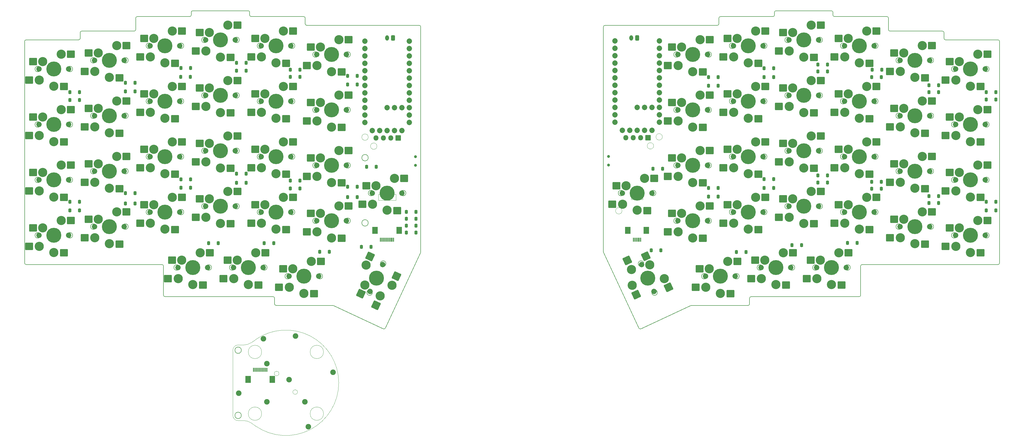
<source format=gbs>
G04 #@! TF.GenerationSoftware,KiCad,Pcbnew,9.0.3*
G04 #@! TF.CreationDate,2025-08-06T01:59:05-04:00*
G04 #@! TF.ProjectId,quartz58,71756172-747a-4353-982e-6b696361645f,rev?*
G04 #@! TF.SameCoordinates,Original*
G04 #@! TF.FileFunction,Soldermask,Bot*
G04 #@! TF.FilePolarity,Negative*
%FSLAX46Y46*%
G04 Gerber Fmt 4.6, Leading zero omitted, Abs format (unit mm)*
G04 Created by KiCad (PCBNEW 9.0.3) date 2025-08-06 01:59:05*
%MOMM*%
%LPD*%
G01*
G04 APERTURE LIST*
G04 Aperture macros list*
%AMRoundRect*
0 Rectangle with rounded corners*
0 $1 Rounding radius*
0 $2 $3 $4 $5 $6 $7 $8 $9 X,Y pos of 4 corners*
0 Add a 4 corners polygon primitive as box body*
4,1,4,$2,$3,$4,$5,$6,$7,$8,$9,$2,$3,0*
0 Add four circle primitives for the rounded corners*
1,1,$1+$1,$2,$3*
1,1,$1+$1,$4,$5*
1,1,$1+$1,$6,$7*
1,1,$1+$1,$8,$9*
0 Add four rect primitives between the rounded corners*
20,1,$1+$1,$2,$3,$4,$5,0*
20,1,$1+$1,$4,$5,$6,$7,0*
20,1,$1+$1,$6,$7,$8,$9,0*
20,1,$1+$1,$8,$9,$2,$3,0*%
G04 Aperture macros list end*
%ADD10C,1.850000*%
%ADD11C,3.150000*%
%ADD12C,5.150000*%
%ADD13RoundRect,0.260000X1.065000X1.040000X-1.065000X1.040000X-1.065000X-1.040000X1.065000X-1.040000X0*%
%ADD14RoundRect,0.260000X-1.065000X-1.040000X1.065000X-1.040000X1.065000X1.040000X-1.065000X1.040000X0*%
%ADD15C,1.000000*%
%ADD16RoundRect,0.050000X-0.850000X0.850000X-0.850000X-0.850000X0.850000X-0.850000X0.850000X0.850000X0*%
%ADD17O,1.800000X1.800000*%
%ADD18C,1.900000*%
%ADD19RoundRect,0.260000X1.392649X-0.525695X0.492472X1.404741X-1.392649X0.525695X-0.492472X-1.404741X0*%
%ADD20RoundRect,0.260000X-1.392649X0.525695X-0.492472X-1.404741X1.392649X-0.525695X0.492472X1.404741X0*%
%ADD21RoundRect,0.260000X-0.492472X1.404741X-1.392649X-0.525695X0.492472X-1.404741X1.392649X0.525695X0*%
%ADD22RoundRect,0.260000X0.492472X-1.404741X1.392649X0.525695X-0.492472X1.404741X-1.392649X-0.525695X0*%
%ADD23C,1.852600*%
%ADD24RoundRect,0.250000X0.250000X0.400000X-0.250000X0.400000X-0.250000X-0.400000X0.250000X-0.400000X0*%
%ADD25RoundRect,0.250000X-0.250000X-0.400000X0.250000X-0.400000X0.250000X0.400000X-0.250000X0.400000X0*%
%ADD26RoundRect,0.050000X-0.150000X-0.650000X0.150000X-0.650000X0.150000X0.650000X-0.150000X0.650000X0*%
%ADD27RoundRect,0.050000X-0.900000X-1.100000X0.900000X-1.100000X0.900000X1.100000X-0.900000X1.100000X0*%
%ADD28RoundRect,0.270833X0.379167X0.654167X-0.379167X0.654167X-0.379167X-0.654167X0.379167X-0.654167X0*%
%ADD29O,1.300000X1.850000*%
%ADD30RoundRect,0.050000X0.150000X0.650000X-0.150000X0.650000X-0.150000X-0.650000X0.150000X-0.650000X0*%
%ADD31RoundRect,0.050000X0.900000X1.100000X-0.900000X1.100000X-0.900000X-1.100000X0.900000X-1.100000X0*%
G04 #@! TA.AperFunction,Profile*
%ADD32C,0.150000*%
G04 #@! TD*
G04 #@! TA.AperFunction,Profile*
%ADD33C,0.100000*%
G04 #@! TD*
G04 #@! TA.AperFunction,Profile*
%ADD34C,0.200000*%
G04 #@! TD*
G04 APERTURE END LIST*
D10*
X69921607Y-149102544D03*
D11*
X70001607Y-152902544D03*
X71191607Y-146562544D03*
D12*
X75001607Y-149102544D03*
D11*
X75001607Y-155002544D03*
X77541607Y-144022544D03*
D10*
X80081607Y-149102544D03*
D13*
X66501607Y-152902544D03*
D14*
X67916607Y-146562544D03*
D13*
X78501607Y-155102544D03*
D14*
X80843607Y-144022544D03*
D10*
X288996607Y-125052544D03*
D11*
X289076607Y-128852544D03*
X290266607Y-122512544D03*
D12*
X294076607Y-125052544D03*
D11*
X294076607Y-130952544D03*
X296616607Y-119972544D03*
D10*
X299156607Y-125052544D03*
D13*
X285576607Y-128852544D03*
D14*
X286991607Y-122512544D03*
D13*
X297576607Y-131052544D03*
D14*
X299918607Y-119972544D03*
D10*
X308046607Y-104002544D03*
D11*
X308126607Y-107802544D03*
X309316607Y-101462544D03*
D12*
X313126607Y-104002544D03*
D11*
X313126607Y-109902544D03*
X315666607Y-98922544D03*
D10*
X318206607Y-104002544D03*
D13*
X304626607Y-107802544D03*
D14*
X306041607Y-101462544D03*
D13*
X316626607Y-110002544D03*
D14*
X318968607Y-98922544D03*
D10*
X98496607Y-163152544D03*
D11*
X98576607Y-166952544D03*
X99766607Y-160612544D03*
D12*
X103576607Y-163152544D03*
D11*
X103576607Y-169052544D03*
X106116607Y-158072544D03*
D10*
X108656607Y-163152544D03*
D13*
X95076607Y-166952544D03*
D14*
X96491607Y-160612544D03*
D13*
X107076607Y-169152544D03*
D14*
X109418607Y-158072544D03*
D10*
X146121607Y-147102544D03*
D11*
X146201607Y-150902544D03*
X147391607Y-144562544D03*
D12*
X151201607Y-147102544D03*
D11*
X151201607Y-153002544D03*
X153741607Y-142022544D03*
D10*
X156281607Y-147102544D03*
D13*
X142701607Y-150902544D03*
D14*
X144116607Y-144562544D03*
D13*
X154701607Y-153102544D03*
D14*
X157043607Y-142022544D03*
D15*
X180001607Y-128077544D03*
X180001607Y-125077544D03*
D10*
X327096607Y-144102544D03*
D11*
X327176607Y-147902544D03*
X328366607Y-141562544D03*
D12*
X332176607Y-144102544D03*
D11*
X332176607Y-150002544D03*
X334716607Y-139022544D03*
D10*
X337256607Y-144102544D03*
D13*
X323676607Y-147902544D03*
D14*
X325091607Y-141562544D03*
D13*
X335676607Y-150102544D03*
D14*
X338018607Y-139022544D03*
D10*
X365196607Y-94952544D03*
D11*
X365276607Y-98752544D03*
X366466607Y-92412544D03*
D12*
X370276607Y-94952544D03*
D11*
X370276607Y-100852544D03*
X372816607Y-89872544D03*
D10*
X375356607Y-94952544D03*
D13*
X361776607Y-98752544D03*
D14*
X363191607Y-92412544D03*
D13*
X373776607Y-100952544D03*
D14*
X376118607Y-89872544D03*
D10*
X88971607Y-106002544D03*
D11*
X89051607Y-109802544D03*
X90241607Y-103462544D03*
D12*
X94051607Y-106002544D03*
D11*
X94051607Y-111902544D03*
X96591607Y-100922544D03*
D10*
X99131607Y-106002544D03*
D13*
X85551607Y-109802544D03*
D14*
X86966607Y-103462544D03*
D13*
X97551607Y-112002544D03*
D14*
X99893607Y-100922544D03*
D10*
X108021607Y-142102544D03*
D11*
X108101607Y-145902544D03*
X109291607Y-139562544D03*
D12*
X113101607Y-142102544D03*
D11*
X113101607Y-148002544D03*
X115641607Y-137022544D03*
D10*
X118181607Y-142102544D03*
D13*
X104601607Y-145902544D03*
D14*
X106016607Y-139562544D03*
D13*
X116601607Y-148102544D03*
D14*
X118943607Y-137022544D03*
D10*
X346146607Y-111002544D03*
D11*
X346226607Y-114802544D03*
X347416607Y-108462544D03*
D12*
X351226607Y-111002544D03*
D11*
X351226607Y-116902544D03*
X353766607Y-105922544D03*
D10*
X356306607Y-111002544D03*
D13*
X342726607Y-114802544D03*
D14*
X344141607Y-108462544D03*
D13*
X354726607Y-117002544D03*
D14*
X357068607Y-105922544D03*
D16*
X259776607Y-118557544D03*
D17*
X257236607Y-118557544D03*
X254696607Y-118557544D03*
X252156607Y-118557544D03*
D18*
X128991571Y-196233942D03*
X128991571Y-209329562D03*
X142087191Y-209329562D03*
X136649381Y-201671752D03*
X127810701Y-187670882D03*
X119389061Y-206387992D03*
X143268061Y-217892622D03*
X151689701Y-199175512D03*
X138792071Y-186702142D03*
D10*
X327096607Y-106002544D03*
D11*
X327176607Y-109802544D03*
X328366607Y-103462544D03*
D12*
X332176607Y-106002544D03*
D11*
X332176607Y-111902544D03*
X334716607Y-100922544D03*
D10*
X337256607Y-106002544D03*
D13*
X323676607Y-109802544D03*
D14*
X325091607Y-103462544D03*
D13*
X335676607Y-112002544D03*
D14*
X338018607Y-100922544D03*
D10*
X50871607Y-94952544D03*
D11*
X50951607Y-98752544D03*
X52141607Y-92412544D03*
D12*
X55951607Y-94952544D03*
D11*
X55951607Y-100852544D03*
X58491607Y-89872544D03*
D10*
X61031607Y-94952544D03*
D13*
X47451607Y-98752544D03*
D14*
X48866607Y-92412544D03*
D13*
X59451607Y-100952544D03*
D14*
X61793607Y-89872544D03*
D10*
X88971607Y-86952544D03*
D11*
X89051607Y-90752544D03*
X90241607Y-84412544D03*
D12*
X94051607Y-86952544D03*
D11*
X94051607Y-92852544D03*
X96591607Y-81872544D03*
D10*
X99131607Y-86952544D03*
D13*
X85551607Y-90752544D03*
D14*
X86966607Y-84412544D03*
D13*
X97551607Y-92952544D03*
D14*
X99893607Y-81872544D03*
D10*
X117546607Y-163152544D03*
D11*
X117626607Y-166952544D03*
X118816607Y-160612544D03*
D12*
X122626607Y-163152544D03*
D11*
X122626607Y-169052544D03*
X125166607Y-158072544D03*
D10*
X127706607Y-163152544D03*
D13*
X114126607Y-166952544D03*
D14*
X115541607Y-160612544D03*
D13*
X126126607Y-169152544D03*
D14*
X128468607Y-158072544D03*
D10*
X308046607Y-84952544D03*
D11*
X308126607Y-88752544D03*
X309316607Y-82412544D03*
D12*
X313126607Y-84952544D03*
D11*
X313126607Y-90852544D03*
X315666607Y-79872544D03*
D10*
X318206607Y-84952544D03*
D13*
X304626607Y-88752544D03*
D14*
X306041607Y-82412544D03*
D13*
X316626607Y-90952544D03*
D14*
X318968607Y-79872544D03*
D10*
X50871607Y-152102544D03*
D11*
X50951607Y-155902544D03*
X52141607Y-149562544D03*
D12*
X55951607Y-152102544D03*
D11*
X55951607Y-158002544D03*
X58491607Y-147022544D03*
D10*
X61031607Y-152102544D03*
D13*
X47451607Y-155902544D03*
D14*
X48866607Y-149562544D03*
D13*
X59451607Y-158102544D03*
D14*
X61793607Y-147022544D03*
D10*
X327096607Y-86952544D03*
D11*
X327176607Y-90752544D03*
X328366607Y-84412544D03*
D12*
X332176607Y-86952544D03*
D11*
X332176607Y-92852544D03*
X334716607Y-81872544D03*
D10*
X337256607Y-86952544D03*
D13*
X323676607Y-90752544D03*
D14*
X325091607Y-84412544D03*
D13*
X335676607Y-92952544D03*
D14*
X338018607Y-81872544D03*
D10*
X365196607Y-114002544D03*
D11*
X365276607Y-117802544D03*
X366466607Y-111462544D03*
D12*
X370276607Y-114002544D03*
D11*
X370276607Y-119902544D03*
X372816607Y-108922544D03*
D10*
X375356607Y-114002544D03*
D13*
X361776607Y-117802544D03*
D14*
X363191607Y-111462544D03*
D13*
X373776607Y-120002544D03*
D14*
X376118607Y-108922544D03*
D10*
X257506395Y-162196993D03*
D11*
X254096235Y-163875447D03*
X260345142Y-162274554D03*
D12*
X259653296Y-166801037D03*
D11*
X254306080Y-169294485D03*
X265330790Y-166956158D03*
D10*
X261800197Y-171405081D03*
D19*
X252617071Y-160703370D03*
D20*
X258961067Y-159306396D03*
D19*
X255694613Y-172508824D03*
D20*
X266726275Y-169948786D03*
D10*
X346146607Y-149102544D03*
D11*
X346226607Y-152902544D03*
X347416607Y-146562544D03*
D12*
X351226607Y-149102544D03*
D11*
X351226607Y-155002544D03*
X353766607Y-144022544D03*
D10*
X356306607Y-149102544D03*
D13*
X342726607Y-152902544D03*
D14*
X344141607Y-146562544D03*
D13*
X354726607Y-155102544D03*
D14*
X357068607Y-144022544D03*
D10*
X308046607Y-142102544D03*
D11*
X308126607Y-145902544D03*
X309316607Y-139562544D03*
D12*
X313126607Y-142102544D03*
D11*
X313126607Y-148002544D03*
X315666607Y-137022544D03*
D10*
X318206607Y-142102544D03*
D13*
X304626607Y-145902544D03*
D14*
X306041607Y-139562544D03*
D13*
X316626607Y-148102544D03*
D14*
X318968607Y-137022544D03*
D10*
X127071607Y-144102544D03*
D11*
X127151607Y-147902544D03*
X128341607Y-141562544D03*
D12*
X132151607Y-144102544D03*
D11*
X132151607Y-150002544D03*
X134691607Y-139022544D03*
D10*
X137231607Y-144102544D03*
D13*
X123651607Y-147902544D03*
D14*
X125066607Y-141562544D03*
D13*
X135651607Y-150102544D03*
D14*
X137993607Y-139022544D03*
D10*
X127071607Y-86952544D03*
D11*
X127151607Y-90752544D03*
X128341607Y-84412544D03*
D12*
X132151607Y-86952544D03*
D11*
X132151607Y-92852544D03*
X134691607Y-81872544D03*
D10*
X137231607Y-86952544D03*
D13*
X123651607Y-90752544D03*
D14*
X125066607Y-84412544D03*
D13*
X135651607Y-92952544D03*
D14*
X137993607Y-81872544D03*
D10*
X127071607Y-106002544D03*
D11*
X127151607Y-109802544D03*
X128341607Y-103462544D03*
D12*
X132151607Y-106002544D03*
D11*
X132151607Y-111902544D03*
X134691607Y-100922544D03*
D10*
X137231607Y-106002544D03*
D13*
X123651607Y-109802544D03*
D14*
X125066607Y-103462544D03*
D13*
X135651607Y-112002544D03*
D14*
X137993607Y-100922544D03*
D10*
X269946607Y-147102544D03*
D11*
X270026607Y-150902544D03*
X271216607Y-144562544D03*
D12*
X275026607Y-147102544D03*
D11*
X275026607Y-153002544D03*
X277566607Y-142022544D03*
D10*
X280106607Y-147102544D03*
D13*
X266526607Y-150902544D03*
D14*
X267941607Y-144562544D03*
D13*
X278526607Y-153102544D03*
D14*
X280868607Y-142022544D03*
D10*
X69921607Y-130052544D03*
D11*
X70001607Y-133852544D03*
X71191607Y-127512544D03*
D12*
X75001607Y-130052544D03*
D11*
X75001607Y-135952544D03*
X77541607Y-124972544D03*
D10*
X80081607Y-130052544D03*
D13*
X66501607Y-133852544D03*
D14*
X67916607Y-127512544D03*
D13*
X78501607Y-136052544D03*
D14*
X80843607Y-124972544D03*
D10*
X164428017Y-171405081D03*
D11*
X167905796Y-172938525D03*
X162662721Y-169180619D03*
D12*
X166574918Y-166801037D03*
D11*
X171922134Y-169294485D03*
X163044325Y-162352114D03*
D10*
X168721819Y-162196993D03*
D21*
X166426632Y-176110603D03*
D22*
X161278646Y-172148777D03*
D21*
X173491929Y-166164669D03*
D22*
X164439810Y-159359486D03*
D10*
X146121607Y-89952544D03*
D11*
X146201607Y-93752544D03*
X147391607Y-87412544D03*
D12*
X151201607Y-89952544D03*
D11*
X151201607Y-95852544D03*
X153741607Y-84872544D03*
D10*
X156281607Y-89952544D03*
D13*
X142701607Y-93752544D03*
D14*
X144116607Y-87412544D03*
D13*
X154701607Y-95952544D03*
D14*
X157043607Y-84872544D03*
D10*
X88971607Y-125052544D03*
D11*
X89051607Y-128852544D03*
X90241607Y-122512544D03*
D12*
X94051607Y-125052544D03*
D11*
X94051607Y-130952544D03*
X96591607Y-119972544D03*
D10*
X99131607Y-125052544D03*
D13*
X85551607Y-128852544D03*
D14*
X86966607Y-122512544D03*
D13*
X97551607Y-131052544D03*
D14*
X99893607Y-119972544D03*
D23*
X250896607Y-116007544D03*
X253436607Y-116007544D03*
X255976607Y-116007544D03*
X258516607Y-116007544D03*
X261056607Y-116007544D03*
D10*
X269946607Y-128052544D03*
D11*
X270026607Y-131852544D03*
X271216607Y-125512544D03*
D12*
X275026607Y-128052544D03*
D11*
X275026607Y-133952544D03*
X277566607Y-122972544D03*
D10*
X280106607Y-128052544D03*
D13*
X266526607Y-131852544D03*
D14*
X267941607Y-125512544D03*
D13*
X278526607Y-134052544D03*
D14*
X280868607Y-122972544D03*
D10*
X288996607Y-86952544D03*
D11*
X289076607Y-90752544D03*
X290266607Y-84412544D03*
D12*
X294076607Y-86952544D03*
D11*
X294076607Y-92852544D03*
X296616607Y-81872544D03*
D10*
X299156607Y-86952544D03*
D13*
X285576607Y-90752544D03*
D14*
X286991607Y-84412544D03*
D13*
X297576607Y-92952544D03*
D14*
X299918607Y-81872544D03*
D10*
X165171607Y-137577544D03*
D11*
X165251607Y-141377544D03*
X166441607Y-135037544D03*
D12*
X170251607Y-137577544D03*
D11*
X170251607Y-143477544D03*
X172791607Y-132497544D03*
D10*
X175331607Y-137577544D03*
D13*
X161751607Y-141377544D03*
D14*
X163166607Y-135037544D03*
D13*
X173751607Y-143577544D03*
D14*
X176093607Y-132497544D03*
D10*
X146121607Y-109002544D03*
D11*
X146201607Y-112802544D03*
X147391607Y-106462544D03*
D12*
X151201607Y-109002544D03*
D11*
X151201607Y-114902544D03*
X153741607Y-103922544D03*
D10*
X156281607Y-109002544D03*
D13*
X142701607Y-112802544D03*
D14*
X144116607Y-106462544D03*
D13*
X154701607Y-115002544D03*
D14*
X157043607Y-103922544D03*
D10*
X365196607Y-152102544D03*
D11*
X365276607Y-155902544D03*
X366466607Y-149562544D03*
D12*
X370276607Y-152102544D03*
D11*
X370276607Y-158002544D03*
X372816607Y-147022544D03*
D10*
X375356607Y-152102544D03*
D13*
X361776607Y-155902544D03*
D14*
X363191607Y-149562544D03*
D13*
X373776607Y-158102544D03*
D14*
X376118607Y-147022544D03*
D10*
X298521607Y-163152544D03*
D11*
X298601607Y-166952544D03*
X299791607Y-160612544D03*
D12*
X303601607Y-163152544D03*
D11*
X303601607Y-169052544D03*
X306141607Y-158072544D03*
D10*
X308681607Y-163152544D03*
D13*
X295101607Y-166952544D03*
D14*
X296516607Y-160612544D03*
D13*
X307101607Y-169152544D03*
D14*
X309443607Y-158072544D03*
D10*
X50871607Y-133052544D03*
D11*
X50951607Y-136852544D03*
X52141607Y-130512544D03*
D12*
X55951607Y-133052544D03*
D11*
X55951607Y-138952544D03*
X58491607Y-127972544D03*
D10*
X61031607Y-133052544D03*
D13*
X47451607Y-136852544D03*
D14*
X48866607Y-130512544D03*
D13*
X59451607Y-139052544D03*
D14*
X61793607Y-127972544D03*
D10*
X146121607Y-128052544D03*
D11*
X146201607Y-131852544D03*
X147391607Y-125512544D03*
D12*
X151201607Y-128052544D03*
D11*
X151201607Y-133952544D03*
X153741607Y-122972544D03*
D10*
X156281607Y-128052544D03*
D13*
X142701607Y-131852544D03*
D14*
X144116607Y-125512544D03*
D13*
X154701607Y-134052544D03*
D14*
X157043607Y-122972544D03*
D10*
X108021607Y-84952544D03*
D11*
X108101607Y-88752544D03*
X109291607Y-82412544D03*
D12*
X113101607Y-84952544D03*
D11*
X113101607Y-90852544D03*
X115641607Y-79872544D03*
D10*
X118181607Y-84952544D03*
D13*
X104601607Y-88752544D03*
D14*
X106016607Y-82412544D03*
D13*
X116601607Y-90952544D03*
D14*
X118943607Y-79872544D03*
D10*
X288996607Y-106002544D03*
D11*
X289076607Y-109802544D03*
X290266607Y-103462544D03*
D12*
X294076607Y-106002544D03*
D11*
X294076607Y-111902544D03*
X296616607Y-100922544D03*
D10*
X299156607Y-106002544D03*
D13*
X285576607Y-109802544D03*
D14*
X286991607Y-103462544D03*
D13*
X297576607Y-112002544D03*
D14*
X299918607Y-100922544D03*
D10*
X346146607Y-130052544D03*
D11*
X346226607Y-133852544D03*
X347416607Y-127512544D03*
D12*
X351226607Y-130052544D03*
D11*
X351226607Y-135952544D03*
X353766607Y-124972544D03*
D10*
X356306607Y-130052544D03*
D13*
X342726607Y-133852544D03*
D14*
X344141607Y-127512544D03*
D13*
X354726607Y-136052544D03*
D14*
X357068607Y-124972544D03*
D10*
X50871607Y-114002544D03*
D11*
X50951607Y-117802544D03*
X52141607Y-111462544D03*
D12*
X55951607Y-114002544D03*
D11*
X55951607Y-119902544D03*
X58491607Y-108922544D03*
D10*
X61031607Y-114002544D03*
D13*
X47451607Y-117802544D03*
D14*
X48866607Y-111462544D03*
D13*
X59451607Y-120002544D03*
D14*
X61793607Y-108922544D03*
D23*
X165171607Y-116107544D03*
X167711607Y-116107544D03*
X170251607Y-116107544D03*
X172791607Y-116107544D03*
X175331607Y-116107544D03*
D10*
X308046607Y-123052544D03*
D11*
X308126607Y-126852544D03*
X309316607Y-120512544D03*
D12*
X313126607Y-123052544D03*
D11*
X313126607Y-128952544D03*
X315666607Y-117972544D03*
D10*
X318206607Y-123052544D03*
D13*
X304626607Y-126852544D03*
D14*
X306041607Y-120512544D03*
D13*
X316626607Y-129052544D03*
D14*
X318968607Y-117972544D03*
D10*
X108021607Y-123052544D03*
D11*
X108101607Y-126852544D03*
X109291607Y-120512544D03*
D12*
X113101607Y-123052544D03*
D11*
X113101607Y-128952544D03*
X115641607Y-117972544D03*
D10*
X118181607Y-123052544D03*
D13*
X104601607Y-126852544D03*
D14*
X106016607Y-120512544D03*
D13*
X116601607Y-129052544D03*
D14*
X118943607Y-117972544D03*
D10*
X88971607Y-144102544D03*
D11*
X89051607Y-147902544D03*
X90241607Y-141562544D03*
D12*
X94051607Y-144102544D03*
D11*
X94051607Y-150002544D03*
X96591607Y-139022544D03*
D10*
X99131607Y-144102544D03*
D13*
X85551607Y-147902544D03*
D14*
X86966607Y-141562544D03*
D13*
X97551607Y-150102544D03*
D14*
X99893607Y-139022544D03*
D16*
X174051607Y-118657544D03*
D17*
X171511607Y-118657544D03*
X168971607Y-118657544D03*
X166431607Y-118657544D03*
D10*
X279471607Y-166152544D03*
D11*
X279551607Y-169952544D03*
X280741607Y-163612544D03*
D12*
X284551607Y-166152544D03*
D11*
X284551607Y-172052544D03*
X287091607Y-161072544D03*
D10*
X289631607Y-166152544D03*
D13*
X276051607Y-169952544D03*
D14*
X277466607Y-163612544D03*
D13*
X288051607Y-172152544D03*
D14*
X290393607Y-161072544D03*
D10*
X269946607Y-109002544D03*
D11*
X270026607Y-112802544D03*
X271216607Y-106462544D03*
D12*
X275026607Y-109002544D03*
D11*
X275026607Y-114902544D03*
X277566607Y-103922544D03*
D10*
X280106607Y-109002544D03*
D13*
X266526607Y-112802544D03*
D14*
X267941607Y-106462544D03*
D13*
X278526607Y-115002544D03*
D14*
X280868607Y-103922544D03*
D15*
X246226607Y-124977544D03*
X246226607Y-127977544D03*
D10*
X288996607Y-144102544D03*
D11*
X289076607Y-147902544D03*
X290266607Y-141562544D03*
D12*
X294076607Y-144102544D03*
D11*
X294076607Y-150002544D03*
X296616607Y-139022544D03*
D10*
X299156607Y-144102544D03*
D13*
X285576607Y-147902544D03*
D14*
X286991607Y-141562544D03*
D13*
X297576607Y-150102544D03*
D14*
X299918607Y-139022544D03*
D10*
X69921607Y-111002544D03*
D11*
X70001607Y-114802544D03*
X71191607Y-108462544D03*
D12*
X75001607Y-111002544D03*
D11*
X75001607Y-116902544D03*
X77541607Y-105922544D03*
D10*
X80081607Y-111002544D03*
D13*
X66501607Y-114802544D03*
D14*
X67916607Y-108462544D03*
D13*
X78501607Y-117002544D03*
D14*
X80843607Y-105922544D03*
D10*
X250896607Y-137577544D03*
D11*
X250976607Y-141377544D03*
X252166607Y-135037544D03*
D12*
X255976607Y-137577544D03*
D11*
X255976607Y-143477544D03*
X258516607Y-132497544D03*
D10*
X261056607Y-137577544D03*
D13*
X247476607Y-141377544D03*
D14*
X248891607Y-135037544D03*
D13*
X259476607Y-143577544D03*
D14*
X261818607Y-132497544D03*
D10*
X327096607Y-125052544D03*
D11*
X327176607Y-128852544D03*
X328366607Y-122512544D03*
D12*
X332176607Y-125052544D03*
D11*
X332176607Y-130952544D03*
X334716607Y-119972544D03*
D10*
X337256607Y-125052544D03*
D13*
X323676607Y-128852544D03*
D14*
X325091607Y-122512544D03*
D13*
X335676607Y-131052544D03*
D14*
X338018607Y-119972544D03*
D10*
X69921607Y-91952544D03*
D11*
X70001607Y-95752544D03*
X71191607Y-89412544D03*
D12*
X75001607Y-91952544D03*
D11*
X75001607Y-97852544D03*
X77541607Y-86872544D03*
D10*
X80081607Y-91952544D03*
D13*
X66501607Y-95752544D03*
D14*
X67916607Y-89412544D03*
D13*
X78501607Y-97952544D03*
D14*
X80843607Y-86872544D03*
D10*
X317571607Y-163152544D03*
D11*
X317651607Y-166952544D03*
X318841607Y-160612544D03*
D12*
X322651607Y-163152544D03*
D11*
X322651607Y-169052544D03*
X325191607Y-158072544D03*
D10*
X327731607Y-163152544D03*
D13*
X314151607Y-166952544D03*
D14*
X315566607Y-160612544D03*
D13*
X326151607Y-169152544D03*
D14*
X328493607Y-158072544D03*
D10*
X127071607Y-125052544D03*
D11*
X127151607Y-128852544D03*
X128341607Y-122512544D03*
D12*
X132151607Y-125052544D03*
D11*
X132151607Y-130952544D03*
X134691607Y-119972544D03*
D10*
X137231607Y-125052544D03*
D13*
X123651607Y-128852544D03*
D14*
X125066607Y-122512544D03*
D13*
X135651607Y-131052544D03*
D14*
X137993607Y-119972544D03*
D10*
X269946607Y-89952544D03*
D11*
X270026607Y-93752544D03*
X271216607Y-87412544D03*
D12*
X275026607Y-89952544D03*
D11*
X275026607Y-95852544D03*
X277566607Y-84872544D03*
D10*
X280106607Y-89952544D03*
D13*
X266526607Y-93752544D03*
D14*
X267941607Y-87412544D03*
D13*
X278526607Y-95952544D03*
D14*
X280868607Y-84872544D03*
D10*
X365196607Y-133052544D03*
D11*
X365276607Y-136852544D03*
X366466607Y-130512544D03*
D12*
X370276607Y-133052544D03*
D11*
X370276607Y-138952544D03*
X372816607Y-127972544D03*
D10*
X375356607Y-133052544D03*
D13*
X361776607Y-136852544D03*
D14*
X363191607Y-130512544D03*
D13*
X373776607Y-139052544D03*
D14*
X376118607Y-127972544D03*
D10*
X346146607Y-91952544D03*
D11*
X346226607Y-95752544D03*
X347416607Y-89412544D03*
D12*
X351226607Y-91952544D03*
D11*
X351226607Y-97852544D03*
X353766607Y-86872544D03*
D10*
X356306607Y-91952544D03*
D13*
X342726607Y-95752544D03*
D14*
X344141607Y-89412544D03*
D13*
X354726607Y-97952544D03*
D14*
X357068607Y-86872544D03*
D10*
X108021607Y-104002544D03*
D11*
X108101607Y-107802544D03*
X109291607Y-101462544D03*
D12*
X113101607Y-104002544D03*
D11*
X113101607Y-109902544D03*
X115641607Y-98922544D03*
D10*
X118181607Y-104002544D03*
D13*
X104601607Y-107802544D03*
D14*
X106016607Y-101462544D03*
D13*
X116601607Y-110002544D03*
D14*
X118943607Y-98922544D03*
D10*
X136596607Y-166152544D03*
D11*
X136676607Y-169952544D03*
X137866607Y-163612544D03*
D12*
X141676607Y-166152544D03*
D11*
X141676607Y-172052544D03*
X144216607Y-161072544D03*
D10*
X146756607Y-166152544D03*
D13*
X133176607Y-169952544D03*
D14*
X134591607Y-163612544D03*
D13*
X145176607Y-172152544D03*
D14*
X147518607Y-161072544D03*
D24*
X159995435Y-138993114D03*
X156695435Y-138993114D03*
X83782821Y-99675031D03*
X80482821Y-99675031D03*
D25*
X290045379Y-157818234D03*
X293345379Y-157818234D03*
D24*
X64745267Y-102935361D03*
X61445267Y-102935361D03*
X140350018Y-136016549D03*
X137050018Y-136016549D03*
D25*
X280520371Y-100668186D03*
X283820371Y-100668186D03*
D24*
X164775082Y-156077544D03*
X161475082Y-156077544D03*
D25*
X280520371Y-97691621D03*
X283820371Y-97691621D03*
X375770451Y-143530722D03*
X379070451Y-143530722D03*
X299570387Y-97691621D03*
X302870387Y-97691621D03*
X336479873Y-97691621D03*
X339779873Y-97691621D03*
D24*
X121895403Y-95524414D03*
X118595403Y-95524414D03*
X121895315Y-92815040D03*
X118595315Y-92815040D03*
D26*
X254726607Y-153627544D03*
X255226607Y-153627544D03*
X255726607Y-153627544D03*
X256226607Y-153627544D03*
X256726607Y-153627544D03*
X257226607Y-153627544D03*
D27*
X252826607Y-150377544D03*
X259126607Y-150377544D03*
D28*
X172251607Y-84277544D03*
D29*
X170251607Y-84277544D03*
D24*
X112370319Y-154757968D03*
X109070319Y-154757968D03*
D28*
X255976607Y-84277544D03*
D29*
X253976607Y-84277544D03*
D25*
X299570387Y-135791653D03*
X302870387Y-135791653D03*
D24*
X64745359Y-140554157D03*
X61445359Y-140554157D03*
X64745187Y-143530722D03*
X61445187Y-143530722D03*
X140350018Y-97608016D03*
X137050018Y-97608016D03*
X102758021Y-97608016D03*
X99458021Y-97608016D03*
D25*
X375770451Y-140554157D03*
X379070451Y-140554157D03*
X280520371Y-135791653D03*
X283820371Y-135791653D03*
D24*
X121895311Y-134070876D03*
X118595311Y-134070876D03*
D25*
X375770451Y-105430690D03*
X379070451Y-105430690D03*
D23*
X263596607Y-85307544D03*
X263596607Y-87847544D03*
X263596607Y-90387544D03*
X263596607Y-92927544D03*
X263596607Y-95467544D03*
X263596607Y-98007544D03*
X263596607Y-100547544D03*
X263596607Y-103087544D03*
X263596607Y-105627544D03*
X263596607Y-108167544D03*
X263596607Y-110707544D03*
X263596607Y-113247544D03*
X248356607Y-113247544D03*
X248356607Y-110707544D03*
X248356607Y-108167544D03*
X248356607Y-105627544D03*
X248356607Y-103087544D03*
X248356607Y-100547544D03*
X248356607Y-98007544D03*
X248356607Y-95467544D03*
X248356607Y-92927544D03*
X248356607Y-90387544D03*
X248356607Y-87847544D03*
X248356607Y-85307544D03*
X261056607Y-108167544D03*
X258516607Y-108167544D03*
X255976607Y-108167544D03*
D24*
X159995279Y-135410385D03*
X156695279Y-135410385D03*
D25*
X260875042Y-157222921D03*
X264175042Y-157222921D03*
D24*
X180190323Y-144046932D03*
X176890323Y-144046932D03*
X159995435Y-100286918D03*
X156695435Y-100286918D03*
X180190323Y-146428184D03*
X176890323Y-146428184D03*
D25*
X318025170Y-134005714D03*
X321325170Y-134005714D03*
X299570387Y-94715056D03*
X302870387Y-94715056D03*
D30*
X128977381Y-198331752D03*
X128477381Y-198331752D03*
X127977381Y-198331752D03*
X127477381Y-198331752D03*
X126977381Y-198331752D03*
X126477381Y-198331752D03*
X125977381Y-198331752D03*
X125477381Y-198331752D03*
X124977381Y-198331752D03*
X124477381Y-198331752D03*
D31*
X130877381Y-201581752D03*
X122577381Y-201581752D03*
D25*
X336577940Y-95187882D03*
X339877940Y-95187882D03*
X356125202Y-138654141D03*
X359425202Y-138654141D03*
D24*
X150470287Y-157734528D03*
X147170287Y-157734528D03*
X83795203Y-141149470D03*
X80495203Y-141149470D03*
X121895311Y-130945488D03*
X118595311Y-130945488D03*
D25*
X336479873Y-133742748D03*
X339779873Y-133742748D03*
D24*
X131420303Y-154757968D03*
X128120303Y-154757968D03*
D25*
X356125202Y-102935361D03*
X359425202Y-102935361D03*
X336479873Y-136123996D03*
X339779873Y-136123996D03*
D24*
X83795203Y-137577592D03*
X80495203Y-137577592D03*
X83795371Y-102668168D03*
X80495371Y-102668168D03*
D25*
X328145491Y-154727592D03*
X331445491Y-154727592D03*
X356125202Y-141035393D03*
X359425202Y-141035393D03*
D24*
X102845327Y-135707984D03*
X99545327Y-135707984D03*
D25*
X318025170Y-131510385D03*
X321325170Y-131510385D03*
D24*
X140350018Y-95196292D03*
X137050018Y-95196292D03*
D25*
X375770451Y-102935361D03*
X379070451Y-102935361D03*
D26*
X167976607Y-153627544D03*
X168476607Y-153627544D03*
X168976607Y-153627544D03*
X169476607Y-153627544D03*
X169976607Y-153627544D03*
X170476607Y-153627544D03*
X170976607Y-153627544D03*
X171476607Y-153627544D03*
X171976607Y-153627544D03*
X172476607Y-153627544D03*
D27*
X166076607Y-150377544D03*
X174376607Y-150377544D03*
D25*
X318025170Y-95791605D03*
X321325170Y-95791605D03*
D24*
X102846419Y-132880252D03*
X99546419Y-132880252D03*
X140350018Y-133296324D03*
X137050018Y-133296324D03*
D25*
X299570387Y-132815088D03*
X302870387Y-132815088D03*
D24*
X159995435Y-97310353D03*
X156695435Y-97310353D03*
D23*
X177871607Y-85407544D03*
X177871607Y-87947544D03*
X177871607Y-90487544D03*
X177871607Y-93027544D03*
X177871607Y-95567544D03*
X177871607Y-98107544D03*
X177871607Y-100647544D03*
X177871607Y-103187544D03*
X177871607Y-105727544D03*
X177871607Y-108267544D03*
X177871607Y-110807544D03*
X177871607Y-113347544D03*
X162631607Y-113347544D03*
X162631607Y-110807544D03*
X162631607Y-108267544D03*
X162631607Y-105727544D03*
X162631607Y-103187544D03*
X162631607Y-100647544D03*
X162631607Y-98107544D03*
X162631607Y-95567544D03*
X162631607Y-93027544D03*
X162631607Y-90487544D03*
X162631607Y-87947544D03*
X162631607Y-85407544D03*
X175331607Y-108267544D03*
X172791607Y-108267544D03*
X170251607Y-108267544D03*
D24*
X180190323Y-151190688D03*
X176890323Y-151190688D03*
X64745359Y-105644728D03*
X61445359Y-105644728D03*
D25*
X280520371Y-138768218D03*
X283820371Y-138768218D03*
D24*
X102845299Y-94600979D03*
X99545299Y-94600979D03*
X180190323Y-148809436D03*
X176890323Y-148809436D03*
D25*
X261470355Y-129243210D03*
X264770355Y-129243210D03*
D24*
X166543790Y-128547881D03*
X163243790Y-128547881D03*
D25*
X356125202Y-100554109D03*
X359425202Y-100554109D03*
X309095395Y-155436982D03*
X312395395Y-155436982D03*
X318025170Y-93410353D03*
X321325170Y-93410353D03*
D32*
X151581850Y-176177544D02*
X132151607Y-176177544D01*
X103076607Y-76427544D02*
X103076607Y-75427544D01*
X168958035Y-184228503D02*
X151793159Y-176224390D01*
X103576607Y-74927544D02*
X122626607Y-74927544D01*
X181776606Y-157811695D02*
G75*
G02*
X181729765Y-158023010I-499606J-105D01*
G01*
X294576607Y-175677544D02*
G75*
G02*
X294076607Y-176177607I-500107J44D01*
G01*
X181276607Y-79927544D02*
G75*
G02*
X181776556Y-80427544I-7J-499956D01*
G01*
X123626607Y-76927544D02*
X141676607Y-76927544D01*
X341701607Y-76927544D02*
X323651607Y-76927544D01*
D33*
X117351881Y-191582162D02*
G75*
G02*
X119151881Y-189782181I1800019J-38D01*
G01*
D32*
X332676607Y-172677544D02*
G75*
G02*
X332176607Y-173177607I-500107J44D01*
G01*
X332676607Y-172677544D02*
X332676607Y-162627544D01*
X302601607Y-76927544D02*
X284551607Y-76927544D01*
X84026607Y-77427544D02*
G75*
G02*
X84526607Y-76927507I499993J44D01*
G01*
X332676607Y-162627544D02*
G75*
G02*
X333176607Y-162127607I499893J44D01*
G01*
X93551607Y-172677544D02*
X93551607Y-162627544D01*
X94051607Y-173177544D02*
G75*
G02*
X93551556Y-172677544I-7J500044D01*
G01*
X244498454Y-158023007D02*
X256605717Y-183986662D01*
D33*
X125211941Y-187886792D02*
G75*
G02*
X125211943Y-217676709I10327439J-14894958D01*
G01*
D32*
X151581850Y-176177544D02*
G75*
G02*
X151793164Y-176224379I-50J-500356D01*
G01*
X169622497Y-183986661D02*
G75*
G02*
X168958020Y-184228535I-453197J211361D01*
G01*
X122626607Y-74927544D02*
G75*
G02*
X123126556Y-75427544I-7J-499956D01*
G01*
X65476607Y-81927544D02*
X83526607Y-81927544D01*
X361251607Y-84427544D02*
X361251607Y-82427544D01*
X132151607Y-176177544D02*
G75*
G02*
X131651556Y-175677544I-7J500044D01*
G01*
X380301607Y-161627544D02*
X380301607Y-85427544D01*
X142676607Y-79927544D02*
G75*
G02*
X142176556Y-79427544I-7J500044D01*
G01*
X142676607Y-79927544D02*
X181276607Y-79927544D01*
X257270180Y-184228503D02*
G75*
G02*
X256605732Y-183986655I-211280J453203D01*
G01*
D34*
X120251881Y-213981342D02*
G75*
G02*
X118051881Y-213981342I-1100000J0D01*
G01*
X118051881Y-213981342D02*
G75*
G02*
X120251881Y-213981342I1100000J0D01*
G01*
D32*
X142176607Y-77427544D02*
X142176607Y-79427544D01*
X274435055Y-176224390D02*
G75*
G02*
X274646364Y-176177544I211145J-452410D01*
G01*
X323651607Y-76927544D02*
G75*
G02*
X323151656Y-76427544I-7J499944D01*
G01*
X84526607Y-76927544D02*
X102576607Y-76927544D01*
X322651607Y-74927544D02*
G75*
G02*
X323151656Y-75427544I-7J-500056D01*
G01*
X46426607Y-84927544D02*
X64476607Y-84927544D01*
X379801607Y-84927544D02*
X361751607Y-84927544D01*
X333176607Y-162127544D02*
X379801607Y-162127544D01*
X131151607Y-173177544D02*
X94051607Y-173177544D01*
X342701607Y-81927544D02*
G75*
G02*
X342201656Y-81427544I-7J499944D01*
G01*
X322651607Y-74927544D02*
X303601607Y-74927544D01*
X379801607Y-84927544D02*
G75*
G02*
X380301656Y-85427544I-7J-500056D01*
G01*
D34*
X120251881Y-191582162D02*
G75*
G02*
X118051881Y-191582162I-1100000J0D01*
G01*
X118051881Y-191582162D02*
G75*
G02*
X120251881Y-191582162I1100000J0D01*
G01*
D32*
X342201607Y-81427544D02*
X342201607Y-77427544D01*
X46426607Y-162127544D02*
G75*
G02*
X45926556Y-161627544I-7J500044D01*
G01*
X64976607Y-84427544D02*
G75*
G02*
X64476607Y-84927507I-500007J44D01*
G01*
X283551607Y-79927544D02*
X244951607Y-79927544D01*
X274646364Y-176177544D02*
X294076607Y-176177544D01*
D33*
X121151881Y-215781342D02*
G75*
G02*
X123568364Y-216537128I19J-4240958D01*
G01*
D32*
X284051607Y-77427544D02*
X284051607Y-79427544D01*
X131651607Y-175677544D02*
X131651607Y-173677544D01*
X303101607Y-75427544D02*
G75*
G02*
X303601607Y-74927607I499893J44D01*
G01*
X123126607Y-75427544D02*
X123126607Y-76427544D01*
X181729760Y-158023007D02*
X169622497Y-183986662D01*
X294576607Y-173677544D02*
G75*
G02*
X295076607Y-173177607I499893J44D01*
G01*
D33*
X123568361Y-216537148D02*
X125211941Y-217676707D01*
X119151881Y-189782162D02*
X121161559Y-189782162D01*
D32*
X360751607Y-81927544D02*
G75*
G02*
X361251656Y-82427544I-7J-500056D01*
G01*
X84026607Y-81427544D02*
G75*
G02*
X83526607Y-81927507I-500007J44D01*
G01*
X323151607Y-76427544D02*
X323151607Y-75427544D01*
D33*
X119151881Y-215781342D02*
G75*
G02*
X117351858Y-213981342I19J1800042D01*
G01*
D32*
X244498455Y-158023007D02*
G75*
G02*
X244451609Y-157811695I453145J211307D01*
G01*
X284051607Y-79427544D02*
G75*
G02*
X283551607Y-79927607I-500107J44D01*
G01*
X64976607Y-84427544D02*
X64976607Y-82427544D01*
X181776607Y-80427544D02*
X181776607Y-157811695D01*
X45926607Y-85427544D02*
G75*
G02*
X46426607Y-84927507I499993J44D01*
G01*
D33*
X123568361Y-189026372D02*
G75*
G02*
X121151881Y-189782174I-2416461J3485072D01*
G01*
D32*
X294576607Y-175677544D02*
X294576607Y-173677544D01*
X341701607Y-76927544D02*
G75*
G02*
X342201656Y-77427544I-7J-500056D01*
G01*
X361751607Y-84927544D02*
G75*
G02*
X361251656Y-84427544I-7J499944D01*
G01*
X45926607Y-161627544D02*
X45926607Y-85427544D01*
X380301607Y-161627544D02*
G75*
G02*
X379801607Y-162127607I-500107J44D01*
G01*
X244451607Y-80427544D02*
X244451607Y-157811695D01*
X141676607Y-76927544D02*
G75*
G02*
X142176556Y-77427544I-7J-499956D01*
G01*
X284051607Y-77427544D02*
G75*
G02*
X284551607Y-76927607I499893J44D01*
G01*
X64976607Y-82427544D02*
G75*
G02*
X65476607Y-81927507I499993J44D01*
G01*
X123626607Y-76927544D02*
G75*
G02*
X123126556Y-76427544I-7J500044D01*
G01*
X93051607Y-162127544D02*
X46426607Y-162127544D01*
X244451607Y-80427544D02*
G75*
G02*
X244951607Y-79927607I499893J44D01*
G01*
X303101607Y-76427544D02*
G75*
G02*
X302601607Y-76927607I-500107J44D01*
G01*
X103076607Y-75427544D02*
G75*
G02*
X103576607Y-74927507I499993J44D01*
G01*
D33*
X119151881Y-215781342D02*
X121151900Y-215781342D01*
X125211941Y-187886792D02*
X123568361Y-189026371D01*
D32*
X93051607Y-162127544D02*
G75*
G02*
X93551556Y-162627544I-7J-499956D01*
G01*
X103076607Y-76427544D02*
G75*
G02*
X102576607Y-76927507I-500007J44D01*
G01*
X360751607Y-81927544D02*
X342701607Y-81927544D01*
D33*
X117351881Y-191582200D02*
X117351881Y-213990399D01*
D32*
X84026607Y-81427544D02*
X84026607Y-77427544D01*
X131151607Y-173177544D02*
G75*
G02*
X131651556Y-173677544I-7J-499956D01*
G01*
X257270179Y-184228503D02*
X274435055Y-176224390D01*
X303101607Y-75427544D02*
X303101607Y-76427544D01*
X295076607Y-173177544D02*
X332176607Y-173177544D01*
D34*
X70451607Y-149102544D02*
G75*
G02*
X68551607Y-149102544I-950000J0D01*
G01*
X68551607Y-149102544D02*
G75*
G02*
X70451607Y-149102544I950000J0D01*
G01*
X81451607Y-149102544D02*
G75*
G02*
X79551607Y-149102544I-950000J0D01*
G01*
X79551607Y-149102544D02*
G75*
G02*
X81451607Y-149102544I950000J0D01*
G01*
X289526607Y-125052544D02*
G75*
G02*
X287626607Y-125052544I-950000J0D01*
G01*
X287626607Y-125052544D02*
G75*
G02*
X289526607Y-125052544I950000J0D01*
G01*
X300526607Y-125052544D02*
G75*
G02*
X298626607Y-125052544I-950000J0D01*
G01*
X298626607Y-125052544D02*
G75*
G02*
X300526607Y-125052544I950000J0D01*
G01*
X308576607Y-104002544D02*
G75*
G02*
X306676607Y-104002544I-950000J0D01*
G01*
X306676607Y-104002544D02*
G75*
G02*
X308576607Y-104002544I950000J0D01*
G01*
X319576607Y-104002544D02*
G75*
G02*
X317676607Y-104002544I-950000J0D01*
G01*
X317676607Y-104002544D02*
G75*
G02*
X319576607Y-104002544I950000J0D01*
G01*
X99026607Y-163152544D02*
G75*
G02*
X97126607Y-163152544I-950000J0D01*
G01*
X97126607Y-163152544D02*
G75*
G02*
X99026607Y-163152544I950000J0D01*
G01*
X110026607Y-163152544D02*
G75*
G02*
X108126607Y-163152544I-950000J0D01*
G01*
X108126607Y-163152544D02*
G75*
G02*
X110026607Y-163152544I950000J0D01*
G01*
X146651607Y-147102544D02*
G75*
G02*
X144751607Y-147102544I-950000J0D01*
G01*
X144751607Y-147102544D02*
G75*
G02*
X146651607Y-147102544I950000J0D01*
G01*
X157651607Y-147102544D02*
G75*
G02*
X155751607Y-147102544I-950000J0D01*
G01*
X155751607Y-147102544D02*
G75*
G02*
X157651607Y-147102544I950000J0D01*
G01*
X327626607Y-144102544D02*
G75*
G02*
X325726607Y-144102544I-950000J0D01*
G01*
X325726607Y-144102544D02*
G75*
G02*
X327626607Y-144102544I950000J0D01*
G01*
X338626607Y-144102544D02*
G75*
G02*
X336726607Y-144102544I-950000J0D01*
G01*
X336726607Y-144102544D02*
G75*
G02*
X338626607Y-144102544I950000J0D01*
G01*
X365726607Y-94952544D02*
G75*
G02*
X363826607Y-94952544I-950000J0D01*
G01*
X363826607Y-94952544D02*
G75*
G02*
X365726607Y-94952544I950000J0D01*
G01*
X376726607Y-94952544D02*
G75*
G02*
X374826607Y-94952544I-950000J0D01*
G01*
X374826607Y-94952544D02*
G75*
G02*
X376726607Y-94952544I950000J0D01*
G01*
X89501607Y-106002544D02*
G75*
G02*
X87601607Y-106002544I-950000J0D01*
G01*
X87601607Y-106002544D02*
G75*
G02*
X89501607Y-106002544I950000J0D01*
G01*
X100501607Y-106002544D02*
G75*
G02*
X98601607Y-106002544I-950000J0D01*
G01*
X98601607Y-106002544D02*
G75*
G02*
X100501607Y-106002544I950000J0D01*
G01*
X108551607Y-142102544D02*
G75*
G02*
X106651607Y-142102544I-950000J0D01*
G01*
X106651607Y-142102544D02*
G75*
G02*
X108551607Y-142102544I950000J0D01*
G01*
X119551607Y-142102544D02*
G75*
G02*
X117651607Y-142102544I-950000J0D01*
G01*
X117651607Y-142102544D02*
G75*
G02*
X119551607Y-142102544I950000J0D01*
G01*
X346676607Y-111002544D02*
G75*
G02*
X344776607Y-111002544I-950000J0D01*
G01*
X344776607Y-111002544D02*
G75*
G02*
X346676607Y-111002544I950000J0D01*
G01*
X357676607Y-111002544D02*
G75*
G02*
X355776607Y-111002544I-950000J0D01*
G01*
X355776607Y-111002544D02*
G75*
G02*
X357676607Y-111002544I950000J0D01*
G01*
D33*
X148445981Y-213388352D02*
G75*
G02*
X143845981Y-213388352I-2300000J0D01*
G01*
X143845981Y-213388352D02*
G75*
G02*
X148445981Y-213388352I2300000J0D01*
G01*
X148445981Y-192175152D02*
G75*
G02*
X143845981Y-192175152I-2300000J0D01*
G01*
X143845981Y-192175152D02*
G75*
G02*
X148445981Y-192175152I2300000J0D01*
G01*
X139521361Y-205963732D02*
G75*
G02*
X137921361Y-205963732I-800000J0D01*
G01*
X137921361Y-205963732D02*
G75*
G02*
X139521361Y-205963732I800000J0D01*
G01*
X133157401Y-199599772D02*
G75*
G02*
X131557401Y-199599772I-800000J0D01*
G01*
X131557401Y-199599772D02*
G75*
G02*
X133157401Y-199599772I800000J0D01*
G01*
X127232781Y-213388352D02*
G75*
G02*
X122632781Y-213388352I-2300000J0D01*
G01*
X122632781Y-213388352D02*
G75*
G02*
X127232781Y-213388352I2300000J0D01*
G01*
X127232781Y-192175152D02*
G75*
G02*
X122632781Y-192175152I-2300000J0D01*
G01*
X122632781Y-192175152D02*
G75*
G02*
X127232781Y-192175152I2300000J0D01*
G01*
D34*
X327626607Y-106002544D02*
G75*
G02*
X325726607Y-106002544I-950000J0D01*
G01*
X325726607Y-106002544D02*
G75*
G02*
X327626607Y-106002544I950000J0D01*
G01*
X338626607Y-106002544D02*
G75*
G02*
X336726607Y-106002544I-950000J0D01*
G01*
X336726607Y-106002544D02*
G75*
G02*
X338626607Y-106002544I950000J0D01*
G01*
X51401607Y-94952544D02*
G75*
G02*
X49501607Y-94952544I-950000J0D01*
G01*
X49501607Y-94952544D02*
G75*
G02*
X51401607Y-94952544I950000J0D01*
G01*
X62401607Y-94952544D02*
G75*
G02*
X60501607Y-94952544I-950000J0D01*
G01*
X60501607Y-94952544D02*
G75*
G02*
X62401607Y-94952544I950000J0D01*
G01*
X89501607Y-86952544D02*
G75*
G02*
X87601607Y-86952544I-950000J0D01*
G01*
X87601607Y-86952544D02*
G75*
G02*
X89501607Y-86952544I950000J0D01*
G01*
X100501607Y-86952544D02*
G75*
G02*
X98601607Y-86952544I-950000J0D01*
G01*
X98601607Y-86952544D02*
G75*
G02*
X100501607Y-86952544I950000J0D01*
G01*
X118076607Y-163152544D02*
G75*
G02*
X116176607Y-163152544I-950000J0D01*
G01*
X116176607Y-163152544D02*
G75*
G02*
X118076607Y-163152544I950000J0D01*
G01*
X129076607Y-163152544D02*
G75*
G02*
X127176607Y-163152544I-950000J0D01*
G01*
X127176607Y-163152544D02*
G75*
G02*
X129076607Y-163152544I950000J0D01*
G01*
X308576607Y-84952544D02*
G75*
G02*
X306676607Y-84952544I-950000J0D01*
G01*
X306676607Y-84952544D02*
G75*
G02*
X308576607Y-84952544I950000J0D01*
G01*
X319576607Y-84952544D02*
G75*
G02*
X317676607Y-84952544I-950000J0D01*
G01*
X317676607Y-84952544D02*
G75*
G02*
X319576607Y-84952544I950000J0D01*
G01*
X51401607Y-152102544D02*
G75*
G02*
X49501607Y-152102544I-950000J0D01*
G01*
X49501607Y-152102544D02*
G75*
G02*
X51401607Y-152102544I950000J0D01*
G01*
X62401607Y-152102544D02*
G75*
G02*
X60501607Y-152102544I-950000J0D01*
G01*
X60501607Y-152102544D02*
G75*
G02*
X62401607Y-152102544I950000J0D01*
G01*
X327626607Y-86952544D02*
G75*
G02*
X325726607Y-86952544I-950000J0D01*
G01*
X325726607Y-86952544D02*
G75*
G02*
X327626607Y-86952544I950000J0D01*
G01*
X338626607Y-86952544D02*
G75*
G02*
X336726607Y-86952544I-950000J0D01*
G01*
X336726607Y-86952544D02*
G75*
G02*
X338626607Y-86952544I950000J0D01*
G01*
X365726607Y-114002544D02*
G75*
G02*
X363826607Y-114002544I-950000J0D01*
G01*
X363826607Y-114002544D02*
G75*
G02*
X365726607Y-114002544I950000J0D01*
G01*
X376726607Y-114002544D02*
G75*
G02*
X374826607Y-114002544I-950000J0D01*
G01*
X374826607Y-114002544D02*
G75*
G02*
X376726607Y-114002544I950000J0D01*
G01*
X258278895Y-161816344D02*
G75*
G02*
X256378897Y-161816344I-949999J0D01*
G01*
X256378897Y-161816344D02*
G75*
G02*
X258278895Y-161816344I949999J0D01*
G01*
X262927696Y-171785730D02*
G75*
G02*
X261027696Y-171785730I-950000J0D01*
G01*
X261027696Y-171785730D02*
G75*
G02*
X262927696Y-171785730I950000J0D01*
G01*
X346676607Y-149102544D02*
G75*
G02*
X344776607Y-149102544I-950000J0D01*
G01*
X344776607Y-149102544D02*
G75*
G02*
X346676607Y-149102544I950000J0D01*
G01*
X357676607Y-149102544D02*
G75*
G02*
X355776607Y-149102544I-950000J0D01*
G01*
X355776607Y-149102544D02*
G75*
G02*
X357676607Y-149102544I950000J0D01*
G01*
X308576607Y-142102544D02*
G75*
G02*
X306676607Y-142102544I-950000J0D01*
G01*
X306676607Y-142102544D02*
G75*
G02*
X308576607Y-142102544I950000J0D01*
G01*
X319576607Y-142102544D02*
G75*
G02*
X317676607Y-142102544I-950000J0D01*
G01*
X317676607Y-142102544D02*
G75*
G02*
X319576607Y-142102544I950000J0D01*
G01*
X127601607Y-144102544D02*
G75*
G02*
X125701607Y-144102544I-950000J0D01*
G01*
X125701607Y-144102544D02*
G75*
G02*
X127601607Y-144102544I950000J0D01*
G01*
X138601607Y-144102544D02*
G75*
G02*
X136701607Y-144102544I-950000J0D01*
G01*
X136701607Y-144102544D02*
G75*
G02*
X138601607Y-144102544I950000J0D01*
G01*
X127601607Y-86952544D02*
G75*
G02*
X125701607Y-86952544I-950000J0D01*
G01*
X125701607Y-86952544D02*
G75*
G02*
X127601607Y-86952544I950000J0D01*
G01*
X138601607Y-86952544D02*
G75*
G02*
X136701607Y-86952544I-950000J0D01*
G01*
X136701607Y-86952544D02*
G75*
G02*
X138601607Y-86952544I950000J0D01*
G01*
X127601607Y-106002544D02*
G75*
G02*
X125701607Y-106002544I-950000J0D01*
G01*
X125701607Y-106002544D02*
G75*
G02*
X127601607Y-106002544I950000J0D01*
G01*
X138601607Y-106002544D02*
G75*
G02*
X136701607Y-106002544I-950000J0D01*
G01*
X136701607Y-106002544D02*
G75*
G02*
X138601607Y-106002544I950000J0D01*
G01*
X270476607Y-147102544D02*
G75*
G02*
X268576607Y-147102544I-950000J0D01*
G01*
X268576607Y-147102544D02*
G75*
G02*
X270476607Y-147102544I950000J0D01*
G01*
X281476607Y-147102544D02*
G75*
G02*
X279576607Y-147102544I-950000J0D01*
G01*
X279576607Y-147102544D02*
G75*
G02*
X281476607Y-147102544I950000J0D01*
G01*
X70451607Y-130052544D02*
G75*
G02*
X68551607Y-130052544I-950000J0D01*
G01*
X68551607Y-130052544D02*
G75*
G02*
X70451607Y-130052544I950000J0D01*
G01*
X81451607Y-130052544D02*
G75*
G02*
X79551607Y-130052544I-950000J0D01*
G01*
X79551607Y-130052544D02*
G75*
G02*
X81451607Y-130052544I950000J0D01*
G01*
X165200519Y-171785730D02*
G75*
G02*
X163300517Y-171785730I-950001J0D01*
G01*
X163300517Y-171785730D02*
G75*
G02*
X165200519Y-171785730I950001J0D01*
G01*
X169849318Y-161816344D02*
G75*
G02*
X167949318Y-161816344I-950000J0D01*
G01*
X167949318Y-161816344D02*
G75*
G02*
X169849318Y-161816344I950000J0D01*
G01*
X146651607Y-89952544D02*
G75*
G02*
X144751607Y-89952544I-950000J0D01*
G01*
X144751607Y-89952544D02*
G75*
G02*
X146651607Y-89952544I950000J0D01*
G01*
X157651607Y-89952544D02*
G75*
G02*
X155751607Y-89952544I-950000J0D01*
G01*
X155751607Y-89952544D02*
G75*
G02*
X157651607Y-89952544I950000J0D01*
G01*
X89501607Y-125052544D02*
G75*
G02*
X87601607Y-125052544I-950000J0D01*
G01*
X87601607Y-125052544D02*
G75*
G02*
X89501607Y-125052544I950000J0D01*
G01*
X100501607Y-125052544D02*
G75*
G02*
X98601607Y-125052544I-950000J0D01*
G01*
X98601607Y-125052544D02*
G75*
G02*
X100501607Y-125052544I950000J0D01*
G01*
X270476607Y-128052544D02*
G75*
G02*
X268576607Y-128052544I-950000J0D01*
G01*
X268576607Y-128052544D02*
G75*
G02*
X270476607Y-128052544I950000J0D01*
G01*
X281476607Y-128052544D02*
G75*
G02*
X279576607Y-128052544I-950000J0D01*
G01*
X279576607Y-128052544D02*
G75*
G02*
X281476607Y-128052544I950000J0D01*
G01*
X289526607Y-86952544D02*
G75*
G02*
X287626607Y-86952544I-950000J0D01*
G01*
X287626607Y-86952544D02*
G75*
G02*
X289526607Y-86952544I950000J0D01*
G01*
X300526607Y-86952544D02*
G75*
G02*
X298626607Y-86952544I-950000J0D01*
G01*
X298626607Y-86952544D02*
G75*
G02*
X300526607Y-86952544I950000J0D01*
G01*
X165701607Y-137577544D02*
G75*
G02*
X163801607Y-137577544I-950000J0D01*
G01*
X163801607Y-137577544D02*
G75*
G02*
X165701607Y-137577544I950000J0D01*
G01*
X176701607Y-137577544D02*
G75*
G02*
X174801607Y-137577544I-950000J0D01*
G01*
X174801607Y-137577544D02*
G75*
G02*
X176701607Y-137577544I950000J0D01*
G01*
X146651607Y-109002544D02*
G75*
G02*
X144751607Y-109002544I-950000J0D01*
G01*
X144751607Y-109002544D02*
G75*
G02*
X146651607Y-109002544I950000J0D01*
G01*
X157651607Y-109002544D02*
G75*
G02*
X155751607Y-109002544I-950000J0D01*
G01*
X155751607Y-109002544D02*
G75*
G02*
X157651607Y-109002544I950000J0D01*
G01*
X365726607Y-152102544D02*
G75*
G02*
X363826607Y-152102544I-950000J0D01*
G01*
X363826607Y-152102544D02*
G75*
G02*
X365726607Y-152102544I950000J0D01*
G01*
X376726607Y-152102544D02*
G75*
G02*
X374826607Y-152102544I-950000J0D01*
G01*
X374826607Y-152102544D02*
G75*
G02*
X376726607Y-152102544I950000J0D01*
G01*
X299051607Y-163152544D02*
G75*
G02*
X297151607Y-163152544I-950000J0D01*
G01*
X297151607Y-163152544D02*
G75*
G02*
X299051607Y-163152544I950000J0D01*
G01*
X310051607Y-163152544D02*
G75*
G02*
X308151607Y-163152544I-950000J0D01*
G01*
X308151607Y-163152544D02*
G75*
G02*
X310051607Y-163152544I950000J0D01*
G01*
D33*
X167252107Y-138027134D02*
X173252107Y-138027134D01*
X173252107Y-140027134D01*
X167252107Y-140027134D01*
X167252107Y-138027134D01*
D34*
X163776607Y-125427544D02*
G75*
G02*
X161576607Y-125427544I-1100000J0D01*
G01*
X161576607Y-125427544D02*
G75*
G02*
X163776607Y-125427544I1100000J0D01*
G01*
X163776607Y-147826724D02*
G75*
G02*
X161576607Y-147826724I-1100000J0D01*
G01*
X161576607Y-147826724D02*
G75*
G02*
X163776607Y-147826724I1100000J0D01*
G01*
X51401607Y-133052544D02*
G75*
G02*
X49501607Y-133052544I-950000J0D01*
G01*
X49501607Y-133052544D02*
G75*
G02*
X51401607Y-133052544I950000J0D01*
G01*
X62401607Y-133052544D02*
G75*
G02*
X60501607Y-133052544I-950000J0D01*
G01*
X60501607Y-133052544D02*
G75*
G02*
X62401607Y-133052544I950000J0D01*
G01*
X146651607Y-128052544D02*
G75*
G02*
X144751607Y-128052544I-950000J0D01*
G01*
X144751607Y-128052544D02*
G75*
G02*
X146651607Y-128052544I950000J0D01*
G01*
X157651607Y-128052544D02*
G75*
G02*
X155751607Y-128052544I-950000J0D01*
G01*
X155751607Y-128052544D02*
G75*
G02*
X157651607Y-128052544I950000J0D01*
G01*
X108551607Y-84952544D02*
G75*
G02*
X106651607Y-84952544I-950000J0D01*
G01*
X106651607Y-84952544D02*
G75*
G02*
X108551607Y-84952544I950000J0D01*
G01*
X119551607Y-84952544D02*
G75*
G02*
X117651607Y-84952544I-950000J0D01*
G01*
X117651607Y-84952544D02*
G75*
G02*
X119551607Y-84952544I950000J0D01*
G01*
D33*
X163776607Y-118359634D02*
G75*
G02*
X161576607Y-118359634I-1100000J0D01*
G01*
X161576607Y-118359634D02*
G75*
G02*
X163776607Y-118359634I1100000J0D01*
G01*
X166768217Y-121457544D02*
G75*
G02*
X164568217Y-121457544I-1100000J0D01*
G01*
X164568217Y-121457544D02*
G75*
G02*
X166768217Y-121457544I1100000J0D01*
G01*
D34*
X289526607Y-106002544D02*
G75*
G02*
X287626607Y-106002544I-950000J0D01*
G01*
X287626607Y-106002544D02*
G75*
G02*
X289526607Y-106002544I950000J0D01*
G01*
X300526607Y-106002544D02*
G75*
G02*
X298626607Y-106002544I-950000J0D01*
G01*
X298626607Y-106002544D02*
G75*
G02*
X300526607Y-106002544I950000J0D01*
G01*
X346676607Y-130052544D02*
G75*
G02*
X344776607Y-130052544I-950000J0D01*
G01*
X344776607Y-130052544D02*
G75*
G02*
X346676607Y-130052544I950000J0D01*
G01*
X357676607Y-130052544D02*
G75*
G02*
X355776607Y-130052544I-950000J0D01*
G01*
X355776607Y-130052544D02*
G75*
G02*
X357676607Y-130052544I950000J0D01*
G01*
X51401607Y-114002544D02*
G75*
G02*
X49501607Y-114002544I-950000J0D01*
G01*
X49501607Y-114002544D02*
G75*
G02*
X51401607Y-114002544I950000J0D01*
G01*
X62401607Y-114002544D02*
G75*
G02*
X60501607Y-114002544I-950000J0D01*
G01*
X60501607Y-114002544D02*
G75*
G02*
X62401607Y-114002544I950000J0D01*
G01*
X308576607Y-123052544D02*
G75*
G02*
X306676607Y-123052544I-950000J0D01*
G01*
X306676607Y-123052544D02*
G75*
G02*
X308576607Y-123052544I950000J0D01*
G01*
X319576607Y-123052544D02*
G75*
G02*
X317676607Y-123052544I-950000J0D01*
G01*
X317676607Y-123052544D02*
G75*
G02*
X319576607Y-123052544I950000J0D01*
G01*
D33*
X253976607Y-137777544D02*
X257976607Y-137777544D01*
X257976607Y-139777544D01*
X253976607Y-139777544D01*
X253976607Y-137777544D01*
X250816607Y-143677544D02*
G75*
G02*
X248616607Y-143677544I-1100000J0D01*
G01*
X248616607Y-143677544D02*
G75*
G02*
X250816607Y-143677544I1100000J0D01*
G01*
D34*
X108551607Y-123052544D02*
G75*
G02*
X106651607Y-123052544I-950000J0D01*
G01*
X106651607Y-123052544D02*
G75*
G02*
X108551607Y-123052544I950000J0D01*
G01*
X119551607Y-123052544D02*
G75*
G02*
X117651607Y-123052544I-950000J0D01*
G01*
X117651607Y-123052544D02*
G75*
G02*
X119551607Y-123052544I950000J0D01*
G01*
X89501607Y-144102544D02*
G75*
G02*
X87601607Y-144102544I-950000J0D01*
G01*
X87601607Y-144102544D02*
G75*
G02*
X89501607Y-144102544I950000J0D01*
G01*
X100501607Y-144102544D02*
G75*
G02*
X98601607Y-144102544I-950000J0D01*
G01*
X98601607Y-144102544D02*
G75*
G02*
X100501607Y-144102544I950000J0D01*
G01*
X280001607Y-166152544D02*
G75*
G02*
X278101607Y-166152544I-950000J0D01*
G01*
X278101607Y-166152544D02*
G75*
G02*
X280001607Y-166152544I950000J0D01*
G01*
X291001607Y-166152544D02*
G75*
G02*
X289101607Y-166152544I-950000J0D01*
G01*
X289101607Y-166152544D02*
G75*
G02*
X291001607Y-166152544I950000J0D01*
G01*
X270476607Y-109002544D02*
G75*
G02*
X268576607Y-109002544I-950000J0D01*
G01*
X268576607Y-109002544D02*
G75*
G02*
X270476607Y-109002544I950000J0D01*
G01*
X281476607Y-109002544D02*
G75*
G02*
X279576607Y-109002544I-950000J0D01*
G01*
X279576607Y-109002544D02*
G75*
G02*
X281476607Y-109002544I950000J0D01*
G01*
X289526607Y-144102544D02*
G75*
G02*
X287626607Y-144102544I-950000J0D01*
G01*
X287626607Y-144102544D02*
G75*
G02*
X289526607Y-144102544I950000J0D01*
G01*
X300526607Y-144102544D02*
G75*
G02*
X298626607Y-144102544I-950000J0D01*
G01*
X298626607Y-144102544D02*
G75*
G02*
X300526607Y-144102544I950000J0D01*
G01*
X70451607Y-111002544D02*
G75*
G02*
X68551607Y-111002544I-950000J0D01*
G01*
X68551607Y-111002544D02*
G75*
G02*
X70451607Y-111002544I950000J0D01*
G01*
X81451607Y-111002544D02*
G75*
G02*
X79551607Y-111002544I-950000J0D01*
G01*
X79551607Y-111002544D02*
G75*
G02*
X81451607Y-111002544I950000J0D01*
G01*
X251426607Y-137577544D02*
G75*
G02*
X249526607Y-137577544I-950000J0D01*
G01*
X249526607Y-137577544D02*
G75*
G02*
X251426607Y-137577544I950000J0D01*
G01*
X262426607Y-137577544D02*
G75*
G02*
X260526607Y-137577544I-950000J0D01*
G01*
X260526607Y-137577544D02*
G75*
G02*
X262426607Y-137577544I950000J0D01*
G01*
X327626607Y-125052544D02*
G75*
G02*
X325726607Y-125052544I-950000J0D01*
G01*
X325726607Y-125052544D02*
G75*
G02*
X327626607Y-125052544I950000J0D01*
G01*
X338626607Y-125052544D02*
G75*
G02*
X336726607Y-125052544I-950000J0D01*
G01*
X336726607Y-125052544D02*
G75*
G02*
X338626607Y-125052544I950000J0D01*
G01*
X70451607Y-91952544D02*
G75*
G02*
X68551607Y-91952544I-950000J0D01*
G01*
X68551607Y-91952544D02*
G75*
G02*
X70451607Y-91952544I950000J0D01*
G01*
X81451607Y-91952544D02*
G75*
G02*
X79551607Y-91952544I-950000J0D01*
G01*
X79551607Y-91952544D02*
G75*
G02*
X81451607Y-91952544I950000J0D01*
G01*
X318101607Y-163152544D02*
G75*
G02*
X316201607Y-163152544I-950000J0D01*
G01*
X316201607Y-163152544D02*
G75*
G02*
X318101607Y-163152544I950000J0D01*
G01*
X329101607Y-163152544D02*
G75*
G02*
X327201607Y-163152544I-950000J0D01*
G01*
X327201607Y-163152544D02*
G75*
G02*
X329101607Y-163152544I950000J0D01*
G01*
X127601607Y-125052544D02*
G75*
G02*
X125701607Y-125052544I-950000J0D01*
G01*
X125701607Y-125052544D02*
G75*
G02*
X127601607Y-125052544I950000J0D01*
G01*
X138601607Y-125052544D02*
G75*
G02*
X136701607Y-125052544I-950000J0D01*
G01*
X136701607Y-125052544D02*
G75*
G02*
X138601607Y-125052544I950000J0D01*
G01*
X270476607Y-89952544D02*
G75*
G02*
X268576607Y-89952544I-950000J0D01*
G01*
X268576607Y-89952544D02*
G75*
G02*
X270476607Y-89952544I950000J0D01*
G01*
X281476607Y-89952544D02*
G75*
G02*
X279576607Y-89952544I-950000J0D01*
G01*
X279576607Y-89952544D02*
G75*
G02*
X281476607Y-89952544I950000J0D01*
G01*
X365726607Y-133052544D02*
G75*
G02*
X363826607Y-133052544I-950000J0D01*
G01*
X363826607Y-133052544D02*
G75*
G02*
X365726607Y-133052544I950000J0D01*
G01*
X376726607Y-133052544D02*
G75*
G02*
X374826607Y-133052544I-950000J0D01*
G01*
X374826607Y-133052544D02*
G75*
G02*
X376726607Y-133052544I950000J0D01*
G01*
X346676607Y-91952544D02*
G75*
G02*
X344776607Y-91952544I-950000J0D01*
G01*
X344776607Y-91952544D02*
G75*
G02*
X346676607Y-91952544I950000J0D01*
G01*
X357676607Y-91952544D02*
G75*
G02*
X355776607Y-91952544I-950000J0D01*
G01*
X355776607Y-91952544D02*
G75*
G02*
X357676607Y-91952544I950000J0D01*
G01*
X108551607Y-104002544D02*
G75*
G02*
X106651607Y-104002544I-950000J0D01*
G01*
X106651607Y-104002544D02*
G75*
G02*
X108551607Y-104002544I950000J0D01*
G01*
X119551607Y-104002544D02*
G75*
G02*
X117651607Y-104002544I-950000J0D01*
G01*
X117651607Y-104002544D02*
G75*
G02*
X119551607Y-104002544I950000J0D01*
G01*
X137126607Y-166152544D02*
G75*
G02*
X135226607Y-166152544I-950000J0D01*
G01*
X135226607Y-166152544D02*
G75*
G02*
X137126607Y-166152544I950000J0D01*
G01*
X148126607Y-166152544D02*
G75*
G02*
X146226607Y-166152544I-950000J0D01*
G01*
X146226607Y-166152544D02*
G75*
G02*
X148126607Y-166152544I950000J0D01*
G01*
D33*
X264651607Y-118259634D02*
G75*
G02*
X262451607Y-118259634I-1100000J0D01*
G01*
X262451607Y-118259634D02*
G75*
G02*
X264651607Y-118259634I1100000J0D01*
G01*
X261659997Y-121357544D02*
G75*
G02*
X259459997Y-121357544I-1100000J0D01*
G01*
X259459997Y-121357544D02*
G75*
G02*
X261659997Y-121357544I1100000J0D01*
G01*
M02*

</source>
